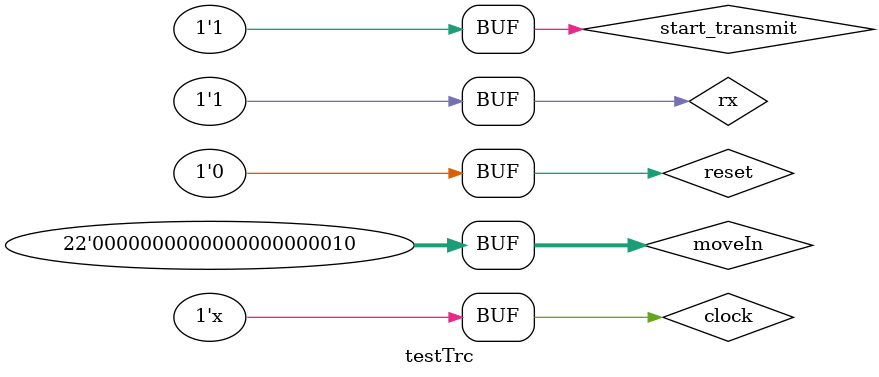
<source format=v>


module tranceiver(startGame, tx, move_out, end_receive, color, rx, move_in, start_transmit, clock, reset);

	// important note:
	// 1. Har moghe khastim move_in ra ok konim ta sample shavad,
	// bayad faghat 1 clock start_transmit ra 1 konim o badesh 0


	// startGame ro khodam ezafe kardam chon dar soorate proje ebham bood k signale shoroee bazi chi hast
	// end_receive ro baraye shoro'e bazi nazashtam. baraye 

	output wire tx;
	output reg end_receive;
	output reg color;
	output reg [21:0] move_out;
	output reg startGame;
	wire [7:0] rx_data;

	input wire rx, start_transmit, clock, reset;
	input wire [21:0] move_in;
	

	// sending signals(tx)
	reg [7:0] tx_data;
	reg startSend;
	wire tx_done, rx_finish;
	reg [9:0] columnBits;
	reg [7:0]column1 = 0;
	reg [7:0]column2 = 0;
	reg [9:0] rowBits;
	reg [7:0]row1 = 0;
	reg [7:0]row2 = 0;
	reg [7:0]row3 = 0;
	reg [7:0]temp;
	reg [1:0] typeBit;
	reg [7:0] type;
	reg [7:0]nextLine = "\n";	
	reg [2:0] tState = 2;
	reg [2:0] sentCharCnt;
	reg [11:0] tClkCnt;
  reg done = 0;

		

	uart u1(rx, tx_data, startSend, tx, rx_data, rx_finish, tx_done, clock, reset);

		
	// receiving signals (rx)
	//	reg [11:0] rClkCnt;
	reg [4:0] rState =0;
	reg [9:0] rColumnBits;
	reg [7:0] rColumn1 = 0;
	reg [7:0] rColumn2 = 0;
	reg [9:0] rRowBits;
	reg [7:0] rRow1 = 0;
	reg [7:0] rRow2 = 0;
	reg [7:0] rRow3;
	reg [1:0] rTypeBit;
	reg [7:0] rType;
	reg [7:0] rNextLine;
	
	always@(posedge rx_finish)
	begin	
		if(rState == 0)		// receive "-"
		begin
			rState = 1;
		end
	
		else if(rState == 1)	// receive color
		begin
			if(rx_data == "W")
			begin	
				color = 1;	// 1 for White
			end
			else if(rx_data == "B")
			begin
				color = 0;	// 0 for Black
			end
			rState = 2;
		end
	
		else if(rState == 2)
		begin
			rState = 3;
			startGame = 1;	
		end
		
		else if(rState == 3) // column1 ro migire
		begin
			rState = 4;
			rColumn1 = rx_data;	
			end_receive = 0;		
		end		
		
		else if(rState == 4)
		begin	
			if(rx_data > 63 && rx_data < 91)	// second byte is a letter(column2) not a number
			begin
				rColumn2 = rx_data;
				rState = 5;
			end
			else if(rx_data > 47 && rx_data < 58)	//  second byte is a number(row1)
 			begin
				rRow1 = rx_data;
				rState = 6;
			end
		end
		
		else if(rState == 5)
		begin
			rRow1 = rx_data;
			rState = 6;
		end
	
		else if(rState == 6)
		begin	
			if(rx_data > 47 && rx_data < 58)	// next byte is a number(row2)
			begin
				rState = 7;
				rRow2 = rx_data;
			end
			else 		// next byte is movement type: +  or  \  or  /
			begin
				rType = rx_data;
				rState = 9;
			end
		end

		else if(rState == 7)
		begin
			if(rx_data > 47 && rx_data < 58)	// next byte is a number(row3)
			begin
				rState = 8;
				rRow3 = rx_data;
			end
			else 		// next byte is movement type: +  or  \  or  /
			begin
				rType = rx_data;
				rState = 9;
			end
		end

		else if(rState == 8)
		begin
			rState = 9;
			rType = rx_data;
	  end
		
		else if(rState == 9)
		begin
			if(rType == "+")
			begin
				rTypeBit = 2;
			end
	    else if(rType == "\\")
			begin
				rTypeBit = 1;
			end
	    else if(rType == "/")
			begin
				rTypeBit = 3;
			end

			if(rColumn2 == 0)
			begin
				rColumnBits = rColumn1 - 64;
			end
			else 
			begin
				rColumnBits = (rColumn2 - 64) * 26 + rColumn1 - 64;
			end
		
			if(rRow1 >= 48)
			begin
				rRowBits = rRow1 - 48;
			end
			if(rRow2 >= 48)
			begin
				rRowBits = (rRow2 - 48) *  10;
			end
			if(rRow3 >= 48)
			begin
				rRowBits = (rRow3 - 48) * 100;
			end
			move_out[1:0] = rTypeBit;
			move_out[21:12] = rColumnBits;
			move_out[11:2] = rRowBits;
			end_receive = 1;
			rState = 3;
		end
	end







	always@(posedge clock)		// counting clocks 0 to 200 for sending each char(byte) with uart
	begin
		if(tState == 3)
		begin	
			tClkCnt = tClkCnt + 1;
		end
	end
	
	always@(clock)
	begin
		$display("tState = %d", tState);
		$display("tx_done = %d", tx_done);
		$display("sentCharCnt = %d", sentCharCnt);
		$display("tClkCnt = %d", tClkCnt);
		$display("startSend = ", startSend);
	end
	
	
	reg [2:0] sentCharCntFake;
	always@(posedge clock)
	begin
		sentCharCntFake = sentCharCnt;
	end
		
	reg  ifByte1	= 0;
	reg		ifByte3 = 0;
	reg	 ifByte2 = 0;
	reg	  ifByte4 = 0;
	reg	  ifByte5 = 0;
	reg	  ifByte6 = 0;
	reg	  ifByte7 = 0;
  
  
	always@(posedge clock)
	begin
		
		
		
		if(tState == 3  && tx_done == 1 && sentCharCnt == 0 && tClkCnt == 1)	// start sending first byte
		begin
			tx_data = column1;
			sentCharCnt = 1;
			startSend = 1;
		end
		else if(tState == 3  && tx_done == 0 && sentCharCnt == 1)	// while sending first byte, turn off startSend to get ready next byte
		begin	
			startSend = 0;
		end

		/////////////////
	
		else if(tState == 3 && tx_done == 1 && sentCharCnt == 1 && tClkCnt != 3)	// start sending second byte finished
		begin
			if(column2 != 0)	// column has two letters
			begin
			  tx_data = column2;
			  startSend = 1;
				sentCharCnt = 2;
			end
			else			// column has just one letter.
			begin
				sentCharCnt = 2;
				startSend = 0;
			end
		end
		// dadane takhir
		else if(tState == 3 && sentCharCnt == 2 && ifByte2 == 0)
		begin
		  startSend = 0;
			ifByte2 = 1;
		end


    //////////////////


		else if(tState == 3  && tx_done == 1 && sentCharCntFake == 2 && ifByte2 == 1)	// start sending first row byte
		begin
			tx_data = row1;
			startSend = 1;
			sentCharCnt = sentCharCnt + 1;
		end
		else if(tState == 3 && sentCharCntFake == 3 && ifByte3 == 0)	// while sending first row byte, turn off startSend to get ready next byte
		begin	
			startSend = 0;
			ifByte3 = 1;
		end


    /////////////////


		else if(tState == 3 && tx_done == 1 && sentCharCntFake == 3 && ifByte3 == 1)	// if we have second row2
		begin
			if(row2 != "0" || row3 != "0")				
			begin
				tx_data = row2;
				startSend = 1;
				sentCharCnt = sentCharCnt + 1;
			end
			else
			begin	
				sentCharCnt = 4;
				startSend = 0;
			end
		end
		// dadane takhir
		else if(tState == 3 && sentCharCnt == 4 && ifByte4 == 0)
		begin
		  startSend = 0;
			ifByte4 = 1;
		end
		
		
		
		
		/////////////////
		
		
		
		
		else if(tState == 3 && tx_done == 1 && sentCharCnt == 4 && ifByte4 == 1)	// if we have row3
		begin
			if(row3 != "0")
			begin
				tx_data = row3;
				sentCharCnt = sentCharCnt + 1;
				startSend = 1;
			end
			else
			begin
				sentCharCnt = 5;
				startSend = 0;
			end
		end
		else if(tState == 3 && sentCharCnt == 5 && ifByte5 == 0)
		begin
			startSend = 0;
			ifByte5 = 1;
		end
		
		
		
		/////////////////
		
		
		
		else if(tState == 3 && tx_done == 1  && sentCharCnt == 5 && ifByte5 == 1)	// sending type of instruction
		begin
			tx_data = type;
			sentCharCnt = 6;
			startSend = 1;
		end
		
		else if(tState == 3 && sentCharCnt == 6 && ifByte6 == 0)
		begin
			startSend = 0;
			ifByte6 = 1;
		end
				

    ///////////////////


		else if(tState == 3 && tx_done == 1 && sentCharCnt == 6 && ifByte6 == 1)
		begin
			tx_data = "\n";
			sentCharCnt = 7;
			startSend = 1;
		end
		
		else if(tState == 3 && sentCharCnt == 6 && ifByte7 == 0)
		begin
			startSend = 0;
			ifByte7 = 1;
		end
		
		else if(tState == 3 && sentCharCnt ==7 && ifByte7 == 1)
		begin
			startSend = 0;
			sentCharCnt = 0;
			
			tState = 2;		// go to state 2;
			tClkCnt = 0;
			ifByte3 = 0;
		  ifByte2 = 0;
		  ifByte4 = 0;
		  ifByte5 = 0;
		  ifByte6 = 0;
		  ifByte7 = 0;
			startSend = 0;

		end
	end

	
	

//	always@(posedge clock) //momkene ezafe bashe
//	begin
//		if(tState == 3)
//		begin	
//			if(tClkCnt == 0)
//			begin
//				tx_data = row1;
//				startSend = 1;
//			end
//		end
//	end


//		always@(posedge start_transmit)
//   	begin
//		if(tState == 0) // barresi shavad
//		begin
//			tState = 1;
//				
//		end
//		
//		if(tState == 2)  //ezafe
//		begin
//			tState = 3;
//			tx_data = column1;
//			startSend = 1;
//			sentCharCnt = 0;
//			$display("start_transmit: sentCharCnt = 0");
//		end
//	end
		
	
	always@(posedge start_transmit)
	begin	
		if(tState == 2)
		begin
			tState = 4;
			sentCharCnt = 0;
			
			columnBits = move_in[21:12];
			rowBits = move_in[11:2];
			typeBit = move_in[1:0];
			done =0;
		end 
	end
	
	always@(posedge reset)
	begin
		columnBits = move_in[21:12];
		rowBits = move_in[11:2];
		typeBit = move_in[1:0];
			$display("reset: sentCharCnt = 0");
		sentCharCnt = 0;
		tClkCnt = 0;
		ifByte3 = 0;
    		ifByte2 = 0;
		startSend = 0;
	end
	
	
//	always@(negedge start_transmit) //barresi
//	begin
//		sentCharCnt = 1;
//	end 
	

	// decompose 22 bit input to  parts, generate chars
	always@(posedge clock)
	begin	
	  if(tState==4)
	  begin
	    
		// generating column	
		if(columnBits == 0)
		begin
			column1 = "@";
		end
		else if(columnBits % 26 == 1)
		begin
			column1 = "A";
		end
		else if(columnBits % 26 == 2)
		begin
			column1 = "B";
		end
		else if(columnBits % 26 == 3)
		begin
			column1 = "C";
		end
		else if(columnBits % 26 == 4)
		begin
			column1 = "D";
		end
		else if(columnBits % 26 == 5)
		begin
			column1 = "E";
		end
		else if(columnBits % 26 == 6)
		begin
			column1 = "F";
		end
		else if(columnBits % 26 == 7)
		begin
			column1 = "G";
		end
		else if(columnBits % 26 == 8)
		begin
			column1 = "H";
		end
		else if(columnBits % 26 == 9)
		begin
			column1 = "I";
		end
		else if(columnBits % 26 == 10)
		begin
			column1 = "J";
		end
		else if(columnBits % 26 == 11)
		begin
			column1 = "K";
		end
		else if(columnBits % 26 == 12)
		begin
			column1 = "L";
		end
		else if(columnBits % 26 == 13)
		begin
			column1 = "M";
		end
		else if(columnBits % 26 == 14)
		begin
			column1 = "N";
		end
		else if(columnBits % 26 == 15)
		begin
			column1 = "O";
		end
		else if(columnBits % 26 == 16)
		begin
			column1 = "P";
		end
		else if(columnBits % 26 == 17)
		begin
			column1 = "Q";
		end
		else if(columnBits % 26 == 18)
		begin
			column1 = "R";
		end
		else if(columnBits % 26 == 19)
		begin
			column1 = "S";
		end
		else if(columnBits % 26 == 20)
		begin
			column1 = "T";
		end
		else if(columnBits % 26 == 21)
		begin
			column1 = "U";
		end
		else if(columnBits % 26 == 22)
		begin
			column1 = "V";
		end
		else if(columnBits % 26 == 23)
		begin
			column1 = "W";
		end
		else if(columnBits % 26 == 24)
		begin
			column1 = "X";
		end
		else if(columnBits % 26 == 25)
		begin
			column1 = "Y";
		end
		else if(columnBits % 26 == 0)
		begin
			column1 = "Z";
		end
		//uart u1(rx, 

		if((columnBits / 26 == 0) || columnBits == 26)
		begin
			column2 = 0;
		end
		else if(columnBits / 26 == 1 || columnBits == 52)
		begin
			column2 = "A";
		end
		else if(columnBits / 26 == 2 || columnBits == 78)
		begin
			column2 = "B";
		end
		else if(columnBits / 26 == 3 || columnBits == 104)
		begin
			column2 = "C";
		end
		else if(columnBits / 26 == 4 || columnBits == 130)
		begin
			column2 = "D";
		end
		else if(columnBits / 26 == 5 || columnBits == 156)
		begin
			column2 = "E";
		end
		else if(columnBits / 26 == 6 || columnBits == 182)
		begin
			column2 = "F";
		end
		else if(columnBits / 26 == 7 || columnBits == 208)
		begin
			column2 = "G";
		end
		else if(columnBits / 26 == 8 || columnBits == 234)
		begin
			column2 = "H";
		end
		else if(columnBits / 26 == 9 || columnBits == 260)
		begin
			column2 = "I";
		end
		else if(columnBits / 26 == 10 || columnBits == 286)
		begin
			column2 = "J";
		end
		else if(columnBits / 26 == 11 || columnBits == 312)
		begin
			column2 = "K";
		end
		else if(columnBits / 26 == 12 || columnBits == 338)
		begin
			column2 = "L";
		end
		else if(columnBits / 26 == 13 || columnBits == 364)
		begin
			column2 = "M";
		end
		else if(columnBits / 26 == 14 || columnBits == 390)
		begin
			column2 = "N";
		end
		else if(columnBits / 26 == 15 || columnBits == 416)
		begin
			column2 = "O";
		end
		else if(columnBits / 26 == 16 || columnBits == 442)
		begin
			column2 = "P";
		end
		else if(columnBits / 26 == 17 || columnBits == 468)
		begin
			column2 = "Q";
		end
		else if(columnBits / 26 == 18 || columnBits == 494)
		begin
			column2 = "R";
		end
		else if(columnBits / 26 == 19 || columnBits == 520)
		begin
			column2 = "S";
		end
		else if(columnBits / 26 == 20 || columnBits == 546)
		begin
			column2 = "T";
		end
		else if(columnBits / 26 == 21 || columnBits == 572)
		begin
			column2 = "U";
		end
		else if(columnBits / 26 == 22 || columnBits == 598)
		begin
			column2 = "V";
		end
		else if(columnBits / 26 == 23 || columnBits == 624)
		begin
			column2 = "W";
		end
		else if(columnBits / 26 == 24 || columnBits == 650)
		begin
			column2 = "X";
		end
		else if(columnBits / 26 == 25 || columnBits == 676)
		begin
			column2 = "Y";
		end
		else if(columnBits / 26 == 26 || columnBits == 702)
		begin
			column2 = "Z";
		end
	

		// generating rows
		if(rowBits % 10 == 0)
		begin
			row1 = "0";
		end
		else if(rowBits % 10 == 1)
		begin
		row1 = "1";
			end
		else if(rowBits % 10 == 2)
		begin
			row1 = "2";
		end
		else if(rowBits % 10 == 3)
		begin
			row1 = "3";
		end
		else if(rowBits % 10 == 4)
		begin
			row1 = "4";
		end
		else if(rowBits % 10 == 5)
		begin
			row1 = "5";
		end
		else if(rowBits % 10 == 6)
		begin
			row1 = "6";
		end
		else if(rowBits % 10 == 7)
		begin
			row1 = "7";
		end
		else if(rowBits % 10 == 8)
		begin
			row1 = "8";
		end
		else if(rowBits % 10 == 9)
		begin
			row1 = "9";
		end
	
	
	
		if((rowBits / 10) % 10 == 0)
		begin
			row2 = "0";
		end
		else if((rowBits / 10) % 10 == 1)
		begin
			row2 = "1";
		end
		else if((rowBits / 10) % 10 == 2)
		begin
			row2 = "2";
		end
		else if((rowBits / 10) % 10 == 3)
		begin
			row2 = "3";
		end
		else if((rowBits / 10) % 10 == 4)
		begin
			row2 = "4";
		end
		else if((rowBits / 10) % 10 == 5)
		begin
			row2 = "5";
		end
		else if((rowBits / 10) % 10 == 6)
		begin
			row2 = "6";
		end
		else if((rowBits / 10) % 10 == 7)
		begin
			row2 = "7";
		end
		else if((rowBits / 10) % 10 == 8)
		begin
			row2 = "8";
		end
		else if((rowBits / 10) % 10 == 9)
		begin
			row2 = "9";
		end
		
		
		if((rowBits / 100) % 10 == 0)
		begin
			row3 = "0";
		end
		else if((rowBits / 100) % 10 == 1)
		begin	
			row3 = "1";
		end
		else if((rowBits / 100) % 10 == 2)
		begin	
			row3 = "2";
		end
		else if((rowBits / 100) % 10 == 3)
		begin	
			row3 = "3";
		end
		else if((rowBits / 100) % 10 == 4)
		begin	
			row3 = "4";
		end
		else if((rowBits / 100) % 10 == 5)
		begin	
			row3 = "5";
		end
		else if((rowBits / 100) % 10 == 6)
		begin
			row3 = "6";
		end
		else if((rowBits / 100) % 10 == 7)
		begin
			row3 = "7";
		end
		else if((rowBits / 100) % 10 == 8)
		begin	
			row3 = "8";
		end
		else if((rowBits / 100) % 10 == 9)
		begin	
			row3 = "9";
		end
		

		// generating types
		if(typeBit == 2)		//  0 for +,   1 for \,   2 for /
		begin
			type = "+";
		end
		else if(typeBit == 1)
		begin
			type = "\\";
		end
		else if(typeBit == 3)
		begin
			type = "/";
		end
		tState=3;
		if(column2 != 0)
		  begin
		    temp = column2;
		    column2 = column1;
		    column1 = temp;
      end
    if(row3 == "0" && row2 != "0")
      begin
        temp = row2;
		    row2 = row1;
		    row1 = temp;  
      end
    if(row2 != "0" && row3 != "0")
      begin
        temp = row3;
		    row3 = row1;
		    row1 = temp; 
      end
	  end
	 end
	
endmodule



/////////////////////////////////////////////////////////////////////////////
/////////////////////////////////////////////////////////////////////////////
/////////////////////////////////////////////////////////////////////////////
/////////////////////////////////////////////////////////////////////////////



module test();
	wire [7:0] rx_data;
	wire [7:0] rx_data2;
	wire rx_finish;

	reg clock = 0;
	reg reset = 0;	

	reg [7:0]tx_data = 0; 
	reg [7:0]tx_data2 = 0;
	reg startSend = 0; reg startSend2 = 0;
  
	uart u1(tx2, tx_data, startSend, tx1, rx_data, rx_finish, tx_done, clock, reset);
	uart u2(tx1, tx_data2, startSend2, tx2, rx_data2, rx_finish2, tx_done2, clock, reset);
	always
	begin
		#1 clock = ~clock;
	end

	initial		// testing tx
	begin
		reset = 1;
		#1 reset = 0;
		tx_data = 27;
		tx_data2 = 31;
		#12 startSend = 1;
		#1 startSend2=1;
		#4 startSend = 0;
		startSend2=0;
	end


/*	initial		//testing rx
	begin
		#5 rx = 1;
		#20 rx = 0;
		#20 rx = 1;
		#20 rx = 0;
		#20 rx = 1;
		#20 rx = 0;
		#20 rx = 1;
		#20 rx = 1;
		#20 rx = 0;
		#20 rx = 0;
		#20 rx = 1;

		#60 rx = 0;
		#20 rx = 1;
		#20 rx = 0;
		#20 rx = 1;
		#20 rx = 0;
		#20 rx = 1;
		#20 rx = 0;
		#20 rx = 1;
	end*/
endmodule


module testTrc();
	reg [21:0] moveIn = 22'b0000000000_0000000000_10;
	
	reg start_transmit,reset;
	wire tx;
	reg clock;
	wire color;
	wire [21:0] moveOut;
	reg rx; 
	wire startGame;	
	
	tranceiver t1(startGame, tx, moveOut, endReceive, color, rx, moveIn, start_transmit, clock , reset);
		
	initial
	begin
		clock = 0;
		reset = 1;
		#5 reset = 0;
		
		
		rx = 0;
		
#20 rx = 1;
		
#20 rx = 0;
		
#20 rx = 1;
		
#20 rx = 1;
		
#20 rx = 0;
		

#20 rx = 1;
		
#20 rx = 0;
		
#20 rx = 0;
		
#20 rx = 1;
		
		///

#20 rx = 0;
		
#20 rx = 1;
		
#20 rx = 1;
		
#20 rx = 1;
		
#20 rx = 0;
		

#20 rx = 1;
		
#20 rx = 0;
		
#20 rx = 1;
		
#20 rx = 0;
		
#20 rx = 1;
		
		/////
		
#20 rx = 0;
		
#20 rx = 0;
		
#20 rx = 1;
		
#20 rx = 0;
		
#20 rx = 1;
		

#20 rx = 0;
		
#20 rx = 0;
		
#20 rx = 0;
		
#20 rx = 0;
		
#20 rx = 1;
		
		/////
		
#20 rx = 0;
		
#20 rx = 1;
		
#20 rx = 0;
		
#20 rx = 0;
		
#20 rx = 0;
		
#20 rx = 0;
		
		
#20 rx = 0;
		
#20 rx = 1;

#20 rx = 0;

#20 rx = 1;

    /////
		
#20 rx = 0;
		
#20 rx = 1;
		
#20 rx = 0;
		
#20 rx = 0;
		
#20 rx = 1;
		
#20 rx = 1;
		
#20 rx = 1;
		
		
#20 rx = 0;

#20 rx = 0;

#20 rx = 1;

    ////
		
#20 rx = 0;
		
#20 rx = 0;
		
#20 rx = 1;
		
#20 rx = 1;
		
#20 rx = 0;
		
#20 rx = 1;

#20 rx = 1;

#20 rx = 0;
		
#20 rx = 0;
		
#20 rx = 1;

    ////
		
#20 rx = 0;
		
#20 rx = 1;
		
#20 rx = 1;
		
#20 rx = 1;
		
#20 rx = 1;

#20 rx = 0;
		
#20 rx = 1;
		
#20 rx = 0;
		
#20 rx = 0;
		
#20 rx = 1;

    ////
		
#20 rx = 0;		
		
#20 rx = 1;
		
#20 rx = 0;
		
#20 rx = 1;
		

#20 rx = 0;
		
#20 rx = 0;
		
#20 rx = 0;
		
#20 rx = 0;
		
#20 rx = 0;		
		
#20 rx = 1;
				
#100 rx = 1'b1;

start_transmit = 1;

	end

	always
	begin
		#1 clock = ~clock;
	end
	   

endmodule








</source>
